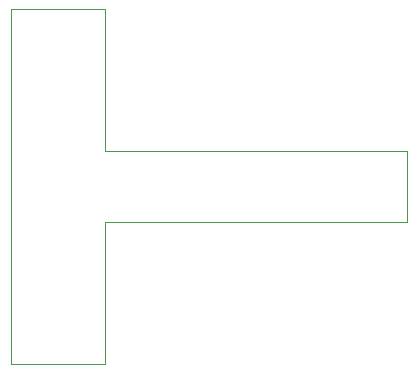
<source format=gbr>
%TF.GenerationSoftware,KiCad,Pcbnew,(5.99.0-2309-gaf729d578)*%
%TF.CreationDate,2020-08-02T15:35:00-04:00*%
%TF.ProjectId,flex,666c6578-2e6b-4696-9361-645f70636258,rev?*%
%TF.SameCoordinates,Original*%
%TF.FileFunction,Profile,NP*%
%FSLAX46Y46*%
G04 Gerber Fmt 4.6, Leading zero omitted, Abs format (unit mm)*
G04 Created by KiCad (PCBNEW (5.99.0-2309-gaf729d578)) date 2020-08-02 15:35:00*
%MOMM*%
%LPD*%
G01*
G04 APERTURE LIST*
%TA.AperFunction,Profile*%
%ADD10C,0.100000*%
%TD*%
G04 APERTURE END LIST*
D10*
X-15000000Y-35000000D02*
X-7000000Y-35000000D01*
X-15000000Y-5000000D02*
X-15000000Y-35000000D01*
X-7000000Y-5000000D02*
X-15000000Y-5000000D01*
X-7000000Y-35000000D02*
X-7000000Y-23000000D01*
X-7000000Y-17000000D02*
X-7000000Y-5000000D01*
X13000000Y-17000000D02*
X-7000000Y-17000000D01*
X13000000Y-23000000D02*
X-7000000Y-23000000D01*
X18600000Y-23000000D02*
X13000000Y-23000000D01*
X18600000Y-17000000D02*
X18600000Y-23000000D01*
X13000000Y-17000000D02*
X18600000Y-17000000D01*
M02*

</source>
